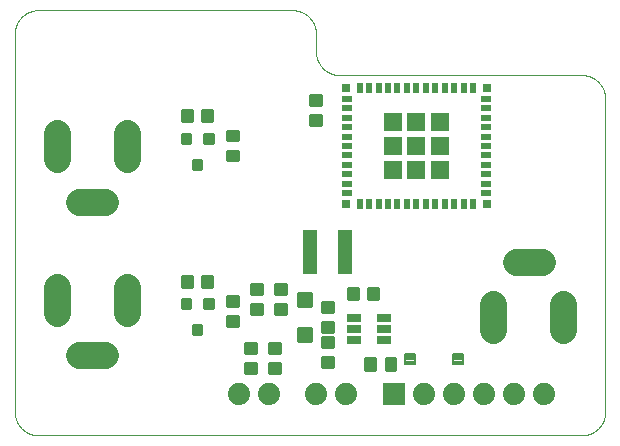
<source format=gts>
G75*
%MOIN*%
%OFA0B0*%
%FSLAX25Y25*%
%IPPOS*%
%LPD*%
%AMOC8*
5,1,8,0,0,1.08239X$1,22.5*
%
%ADD10C,0.00000*%
%ADD11C,0.01388*%
%ADD12C,0.01171*%
%ADD13R,0.03156X0.03156*%
%ADD14R,0.01975X0.03550*%
%ADD15R,0.03550X0.01975*%
%ADD16R,0.06109X0.06109*%
%ADD17R,0.07400X0.07400*%
%ADD18C,0.07400*%
%ADD19C,0.09061*%
%ADD20R,0.04731X0.02762*%
%ADD21R,0.04731X0.14967*%
%ADD22C,0.01613*%
%ADD23C,0.00749*%
D10*
X0086176Y0058146D02*
X0267279Y0058146D01*
X0267469Y0058148D01*
X0267659Y0058155D01*
X0267849Y0058167D01*
X0268039Y0058183D01*
X0268228Y0058203D01*
X0268417Y0058229D01*
X0268605Y0058258D01*
X0268792Y0058293D01*
X0268978Y0058332D01*
X0269163Y0058375D01*
X0269348Y0058423D01*
X0269531Y0058475D01*
X0269712Y0058531D01*
X0269892Y0058592D01*
X0270071Y0058658D01*
X0270248Y0058727D01*
X0270424Y0058801D01*
X0270597Y0058879D01*
X0270769Y0058962D01*
X0270938Y0059048D01*
X0271106Y0059138D01*
X0271271Y0059233D01*
X0271434Y0059331D01*
X0271594Y0059434D01*
X0271752Y0059540D01*
X0271907Y0059650D01*
X0272060Y0059763D01*
X0272210Y0059881D01*
X0272356Y0060002D01*
X0272500Y0060126D01*
X0272641Y0060254D01*
X0272779Y0060385D01*
X0272914Y0060520D01*
X0273045Y0060658D01*
X0273173Y0060799D01*
X0273297Y0060943D01*
X0273418Y0061089D01*
X0273536Y0061239D01*
X0273649Y0061392D01*
X0273759Y0061547D01*
X0273865Y0061705D01*
X0273968Y0061865D01*
X0274066Y0062028D01*
X0274161Y0062193D01*
X0274251Y0062361D01*
X0274337Y0062530D01*
X0274420Y0062702D01*
X0274498Y0062875D01*
X0274572Y0063051D01*
X0274641Y0063228D01*
X0274707Y0063407D01*
X0274768Y0063587D01*
X0274824Y0063768D01*
X0274876Y0063951D01*
X0274924Y0064136D01*
X0274967Y0064321D01*
X0275006Y0064507D01*
X0275041Y0064694D01*
X0275070Y0064882D01*
X0275096Y0065071D01*
X0275116Y0065260D01*
X0275132Y0065450D01*
X0275144Y0065640D01*
X0275151Y0065830D01*
X0275153Y0066020D01*
X0275153Y0170350D01*
X0275151Y0170540D01*
X0275144Y0170730D01*
X0275132Y0170920D01*
X0275116Y0171110D01*
X0275096Y0171299D01*
X0275070Y0171488D01*
X0275041Y0171676D01*
X0275006Y0171863D01*
X0274967Y0172049D01*
X0274924Y0172234D01*
X0274876Y0172419D01*
X0274824Y0172602D01*
X0274768Y0172783D01*
X0274707Y0172963D01*
X0274641Y0173142D01*
X0274572Y0173319D01*
X0274498Y0173495D01*
X0274420Y0173668D01*
X0274337Y0173840D01*
X0274251Y0174009D01*
X0274161Y0174177D01*
X0274066Y0174342D01*
X0273968Y0174505D01*
X0273865Y0174665D01*
X0273759Y0174823D01*
X0273649Y0174978D01*
X0273536Y0175131D01*
X0273418Y0175281D01*
X0273297Y0175427D01*
X0273173Y0175571D01*
X0273045Y0175712D01*
X0272914Y0175850D01*
X0272779Y0175985D01*
X0272641Y0176116D01*
X0272500Y0176244D01*
X0272356Y0176368D01*
X0272210Y0176489D01*
X0272060Y0176607D01*
X0271907Y0176720D01*
X0271752Y0176830D01*
X0271594Y0176936D01*
X0271434Y0177039D01*
X0271271Y0177137D01*
X0271106Y0177232D01*
X0270938Y0177322D01*
X0270769Y0177408D01*
X0270597Y0177491D01*
X0270424Y0177569D01*
X0270248Y0177643D01*
X0270071Y0177712D01*
X0269892Y0177778D01*
X0269712Y0177839D01*
X0269531Y0177895D01*
X0269348Y0177947D01*
X0269163Y0177995D01*
X0268978Y0178038D01*
X0268792Y0178077D01*
X0268605Y0178112D01*
X0268417Y0178141D01*
X0268228Y0178167D01*
X0268039Y0178187D01*
X0267849Y0178203D01*
X0267659Y0178215D01*
X0267469Y0178222D01*
X0267279Y0178224D01*
X0186570Y0178224D01*
X0186380Y0178226D01*
X0186190Y0178233D01*
X0186000Y0178245D01*
X0185810Y0178261D01*
X0185621Y0178281D01*
X0185432Y0178307D01*
X0185244Y0178336D01*
X0185057Y0178371D01*
X0184871Y0178410D01*
X0184686Y0178453D01*
X0184501Y0178501D01*
X0184318Y0178553D01*
X0184137Y0178609D01*
X0183957Y0178670D01*
X0183778Y0178736D01*
X0183601Y0178805D01*
X0183425Y0178879D01*
X0183252Y0178957D01*
X0183080Y0179040D01*
X0182911Y0179126D01*
X0182743Y0179216D01*
X0182578Y0179311D01*
X0182415Y0179409D01*
X0182255Y0179512D01*
X0182097Y0179618D01*
X0181942Y0179728D01*
X0181789Y0179841D01*
X0181639Y0179959D01*
X0181493Y0180080D01*
X0181349Y0180204D01*
X0181208Y0180332D01*
X0181070Y0180463D01*
X0180935Y0180598D01*
X0180804Y0180736D01*
X0180676Y0180877D01*
X0180552Y0181021D01*
X0180431Y0181167D01*
X0180313Y0181317D01*
X0180200Y0181470D01*
X0180090Y0181625D01*
X0179984Y0181783D01*
X0179881Y0181943D01*
X0179783Y0182106D01*
X0179688Y0182271D01*
X0179598Y0182439D01*
X0179512Y0182608D01*
X0179429Y0182780D01*
X0179351Y0182953D01*
X0179277Y0183129D01*
X0179208Y0183306D01*
X0179142Y0183485D01*
X0179081Y0183665D01*
X0179025Y0183846D01*
X0178973Y0184029D01*
X0178925Y0184214D01*
X0178882Y0184399D01*
X0178843Y0184585D01*
X0178808Y0184772D01*
X0178779Y0184960D01*
X0178753Y0185149D01*
X0178733Y0185338D01*
X0178717Y0185528D01*
X0178705Y0185718D01*
X0178698Y0185908D01*
X0178696Y0186098D01*
X0178696Y0192004D01*
X0178694Y0192194D01*
X0178687Y0192384D01*
X0178675Y0192574D01*
X0178659Y0192764D01*
X0178639Y0192953D01*
X0178613Y0193142D01*
X0178584Y0193330D01*
X0178549Y0193517D01*
X0178510Y0193703D01*
X0178467Y0193888D01*
X0178419Y0194073D01*
X0178367Y0194256D01*
X0178311Y0194437D01*
X0178250Y0194617D01*
X0178184Y0194796D01*
X0178115Y0194973D01*
X0178041Y0195149D01*
X0177963Y0195322D01*
X0177880Y0195494D01*
X0177794Y0195663D01*
X0177704Y0195831D01*
X0177609Y0195996D01*
X0177511Y0196159D01*
X0177408Y0196319D01*
X0177302Y0196477D01*
X0177192Y0196632D01*
X0177079Y0196785D01*
X0176961Y0196935D01*
X0176840Y0197081D01*
X0176716Y0197225D01*
X0176588Y0197366D01*
X0176457Y0197504D01*
X0176322Y0197639D01*
X0176184Y0197770D01*
X0176043Y0197898D01*
X0175899Y0198022D01*
X0175753Y0198143D01*
X0175603Y0198261D01*
X0175450Y0198374D01*
X0175295Y0198484D01*
X0175137Y0198590D01*
X0174977Y0198693D01*
X0174814Y0198791D01*
X0174649Y0198886D01*
X0174481Y0198976D01*
X0174312Y0199062D01*
X0174140Y0199145D01*
X0173967Y0199223D01*
X0173791Y0199297D01*
X0173614Y0199366D01*
X0173435Y0199432D01*
X0173255Y0199493D01*
X0173074Y0199549D01*
X0172891Y0199601D01*
X0172706Y0199649D01*
X0172521Y0199692D01*
X0172335Y0199731D01*
X0172148Y0199766D01*
X0171960Y0199795D01*
X0171771Y0199821D01*
X0171582Y0199841D01*
X0171392Y0199857D01*
X0171202Y0199869D01*
X0171012Y0199876D01*
X0170822Y0199878D01*
X0086176Y0199878D01*
X0085986Y0199876D01*
X0085796Y0199869D01*
X0085606Y0199857D01*
X0085416Y0199841D01*
X0085227Y0199821D01*
X0085038Y0199795D01*
X0084850Y0199766D01*
X0084663Y0199731D01*
X0084477Y0199692D01*
X0084292Y0199649D01*
X0084107Y0199601D01*
X0083924Y0199549D01*
X0083743Y0199493D01*
X0083563Y0199432D01*
X0083384Y0199366D01*
X0083207Y0199297D01*
X0083031Y0199223D01*
X0082858Y0199145D01*
X0082686Y0199062D01*
X0082517Y0198976D01*
X0082349Y0198886D01*
X0082184Y0198791D01*
X0082021Y0198693D01*
X0081861Y0198590D01*
X0081703Y0198484D01*
X0081548Y0198374D01*
X0081395Y0198261D01*
X0081245Y0198143D01*
X0081099Y0198022D01*
X0080955Y0197898D01*
X0080814Y0197770D01*
X0080676Y0197639D01*
X0080541Y0197504D01*
X0080410Y0197366D01*
X0080282Y0197225D01*
X0080158Y0197081D01*
X0080037Y0196935D01*
X0079919Y0196785D01*
X0079806Y0196632D01*
X0079696Y0196477D01*
X0079590Y0196319D01*
X0079487Y0196159D01*
X0079389Y0195996D01*
X0079294Y0195831D01*
X0079204Y0195663D01*
X0079118Y0195494D01*
X0079035Y0195322D01*
X0078957Y0195149D01*
X0078883Y0194973D01*
X0078814Y0194796D01*
X0078748Y0194617D01*
X0078687Y0194437D01*
X0078631Y0194256D01*
X0078579Y0194073D01*
X0078531Y0193888D01*
X0078488Y0193703D01*
X0078449Y0193517D01*
X0078414Y0193330D01*
X0078385Y0193142D01*
X0078359Y0192953D01*
X0078339Y0192764D01*
X0078323Y0192574D01*
X0078311Y0192384D01*
X0078304Y0192194D01*
X0078302Y0192004D01*
X0078302Y0066020D01*
X0078304Y0065830D01*
X0078311Y0065640D01*
X0078323Y0065450D01*
X0078339Y0065260D01*
X0078359Y0065071D01*
X0078385Y0064882D01*
X0078414Y0064694D01*
X0078449Y0064507D01*
X0078488Y0064321D01*
X0078531Y0064136D01*
X0078579Y0063951D01*
X0078631Y0063768D01*
X0078687Y0063587D01*
X0078748Y0063407D01*
X0078814Y0063228D01*
X0078883Y0063051D01*
X0078957Y0062875D01*
X0079035Y0062702D01*
X0079118Y0062530D01*
X0079204Y0062361D01*
X0079294Y0062193D01*
X0079389Y0062028D01*
X0079487Y0061865D01*
X0079590Y0061705D01*
X0079696Y0061547D01*
X0079806Y0061392D01*
X0079919Y0061239D01*
X0080037Y0061089D01*
X0080158Y0060943D01*
X0080282Y0060799D01*
X0080410Y0060658D01*
X0080541Y0060520D01*
X0080676Y0060385D01*
X0080814Y0060254D01*
X0080955Y0060126D01*
X0081099Y0060002D01*
X0081245Y0059881D01*
X0081395Y0059763D01*
X0081548Y0059650D01*
X0081703Y0059540D01*
X0081861Y0059434D01*
X0082021Y0059331D01*
X0082184Y0059233D01*
X0082349Y0059138D01*
X0082517Y0059048D01*
X0082686Y0058962D01*
X0082858Y0058879D01*
X0083031Y0058801D01*
X0083207Y0058727D01*
X0083384Y0058658D01*
X0083563Y0058592D01*
X0083743Y0058531D01*
X0083924Y0058475D01*
X0084107Y0058423D01*
X0084292Y0058375D01*
X0084477Y0058332D01*
X0084663Y0058293D01*
X0084850Y0058258D01*
X0085038Y0058229D01*
X0085227Y0058203D01*
X0085416Y0058183D01*
X0085606Y0058167D01*
X0085796Y0058155D01*
X0085986Y0058148D01*
X0086176Y0058146D01*
D11*
X0152808Y0094664D02*
X0152808Y0097612D01*
X0152808Y0094664D02*
X0149466Y0094664D01*
X0149466Y0097612D01*
X0152808Y0097612D01*
X0152808Y0095983D02*
X0149466Y0095983D01*
X0149466Y0097302D02*
X0152808Y0097302D01*
X0157340Y0098601D02*
X0157340Y0101549D01*
X0160682Y0101549D01*
X0160682Y0098601D01*
X0157340Y0098601D01*
X0157340Y0099920D02*
X0160682Y0099920D01*
X0160682Y0101239D02*
X0157340Y0101239D01*
X0157340Y0105294D02*
X0157340Y0108242D01*
X0160682Y0108242D01*
X0160682Y0105294D01*
X0157340Y0105294D01*
X0157340Y0106613D02*
X0160682Y0106613D01*
X0160682Y0107932D02*
X0157340Y0107932D01*
X0152808Y0104305D02*
X0152808Y0101357D01*
X0149466Y0101357D01*
X0149466Y0104305D01*
X0152808Y0104305D01*
X0152808Y0102676D02*
X0149466Y0102676D01*
X0149466Y0103995D02*
X0152808Y0103995D01*
X0144147Y0110998D02*
X0141199Y0110998D01*
X0144147Y0110998D02*
X0144147Y0107656D01*
X0141199Y0107656D01*
X0141199Y0110998D01*
X0141199Y0108975D02*
X0144147Y0108975D01*
X0144147Y0110294D02*
X0141199Y0110294D01*
X0137454Y0110998D02*
X0134506Y0110998D01*
X0137454Y0110998D02*
X0137454Y0107656D01*
X0134506Y0107656D01*
X0134506Y0110998D01*
X0134506Y0108975D02*
X0137454Y0108975D01*
X0137454Y0110294D02*
X0134506Y0110294D01*
X0158714Y0088557D02*
X0158714Y0085609D01*
X0155372Y0085609D01*
X0155372Y0088557D01*
X0158714Y0088557D01*
X0158714Y0086928D02*
X0155372Y0086928D01*
X0155372Y0088247D02*
X0158714Y0088247D01*
X0166588Y0088557D02*
X0166588Y0085609D01*
X0163246Y0085609D01*
X0163246Y0088557D01*
X0166588Y0088557D01*
X0166588Y0086928D02*
X0163246Y0086928D01*
X0163246Y0088247D02*
X0166588Y0088247D01*
X0166588Y0081864D02*
X0166588Y0078916D01*
X0163246Y0078916D01*
X0163246Y0081864D01*
X0166588Y0081864D01*
X0166588Y0080235D02*
X0163246Y0080235D01*
X0163246Y0081554D02*
X0166588Y0081554D01*
X0158714Y0081864D02*
X0158714Y0078916D01*
X0155372Y0078916D01*
X0155372Y0081864D01*
X0158714Y0081864D01*
X0158714Y0080235D02*
X0155372Y0080235D01*
X0155372Y0081554D02*
X0158714Y0081554D01*
X0184304Y0080884D02*
X0184304Y0083832D01*
X0184304Y0080884D02*
X0180962Y0080884D01*
X0180962Y0083832D01*
X0184304Y0083832D01*
X0184304Y0082203D02*
X0180962Y0082203D01*
X0180962Y0083522D02*
X0184304Y0083522D01*
X0184304Y0087577D02*
X0184304Y0090525D01*
X0184304Y0087577D02*
X0180962Y0087577D01*
X0180962Y0090525D01*
X0184304Y0090525D01*
X0184304Y0088896D02*
X0180962Y0088896D01*
X0180962Y0090215D02*
X0184304Y0090215D01*
X0184304Y0092695D02*
X0184304Y0095643D01*
X0184304Y0092695D02*
X0180962Y0092695D01*
X0180962Y0095643D01*
X0184304Y0095643D01*
X0184304Y0094014D02*
X0180962Y0094014D01*
X0180962Y0095333D02*
X0184304Y0095333D01*
X0184304Y0099388D02*
X0184304Y0102336D01*
X0184304Y0099388D02*
X0180962Y0099388D01*
X0180962Y0102336D01*
X0184304Y0102336D01*
X0184304Y0100707D02*
X0180962Y0100707D01*
X0180962Y0102026D02*
X0184304Y0102026D01*
X0189624Y0103719D02*
X0192572Y0103719D01*
X0189624Y0103719D02*
X0189624Y0107061D01*
X0192572Y0107061D01*
X0192572Y0103719D01*
X0192572Y0105038D02*
X0189624Y0105038D01*
X0189624Y0106357D02*
X0192572Y0106357D01*
X0196317Y0103719D02*
X0199265Y0103719D01*
X0196317Y0103719D02*
X0196317Y0107061D01*
X0199265Y0107061D01*
X0199265Y0103719D01*
X0199265Y0105038D02*
X0196317Y0105038D01*
X0196317Y0106357D02*
X0199265Y0106357D01*
X0165214Y0105294D02*
X0165214Y0108242D01*
X0168556Y0108242D01*
X0168556Y0105294D01*
X0165214Y0105294D01*
X0165214Y0106613D02*
X0168556Y0106613D01*
X0168556Y0107932D02*
X0165214Y0107932D01*
X0165214Y0101549D02*
X0165214Y0098601D01*
X0165214Y0101549D02*
X0168556Y0101549D01*
X0168556Y0098601D01*
X0165214Y0098601D01*
X0165214Y0099920D02*
X0168556Y0099920D01*
X0168556Y0101239D02*
X0165214Y0101239D01*
X0195529Y0083439D02*
X0198477Y0083439D01*
X0198477Y0080097D01*
X0195529Y0080097D01*
X0195529Y0083439D01*
X0195529Y0081416D02*
X0198477Y0081416D01*
X0198477Y0082735D02*
X0195529Y0082735D01*
X0202222Y0083439D02*
X0205170Y0083439D01*
X0205170Y0080097D01*
X0202222Y0080097D01*
X0202222Y0083439D01*
X0202222Y0081416D02*
X0205170Y0081416D01*
X0205170Y0082735D02*
X0202222Y0082735D01*
X0152808Y0149782D02*
X0152808Y0152730D01*
X0152808Y0149782D02*
X0149466Y0149782D01*
X0149466Y0152730D01*
X0152808Y0152730D01*
X0152808Y0151101D02*
X0149466Y0151101D01*
X0149466Y0152420D02*
X0152808Y0152420D01*
X0152808Y0156475D02*
X0152808Y0159423D01*
X0152808Y0156475D02*
X0149466Y0156475D01*
X0149466Y0159423D01*
X0152808Y0159423D01*
X0152808Y0157794D02*
X0149466Y0157794D01*
X0149466Y0159113D02*
X0152808Y0159113D01*
X0144147Y0166116D02*
X0141199Y0166116D01*
X0144147Y0166116D02*
X0144147Y0162774D01*
X0141199Y0162774D01*
X0141199Y0166116D01*
X0141199Y0164093D02*
X0144147Y0164093D01*
X0144147Y0165412D02*
X0141199Y0165412D01*
X0137454Y0166116D02*
X0134506Y0166116D01*
X0137454Y0166116D02*
X0137454Y0162774D01*
X0134506Y0162774D01*
X0134506Y0166116D01*
X0134506Y0164093D02*
X0137454Y0164093D01*
X0137454Y0165412D02*
X0134506Y0165412D01*
X0180367Y0164541D02*
X0180367Y0161593D01*
X0177025Y0161593D01*
X0177025Y0164541D01*
X0180367Y0164541D01*
X0180367Y0162912D02*
X0177025Y0162912D01*
X0177025Y0164231D02*
X0180367Y0164231D01*
X0180367Y0168286D02*
X0180367Y0171234D01*
X0180367Y0168286D02*
X0177025Y0168286D01*
X0177025Y0171234D01*
X0180367Y0171234D01*
X0180367Y0169605D02*
X0177025Y0169605D01*
X0177025Y0170924D02*
X0180367Y0170924D01*
D12*
X0144256Y0158351D02*
X0141876Y0158351D01*
X0144256Y0158351D02*
X0144256Y0155579D01*
X0141876Y0155579D01*
X0141876Y0158351D01*
X0141876Y0156691D02*
X0144256Y0156691D01*
X0144256Y0157803D02*
X0141876Y0157803D01*
X0136776Y0158351D02*
X0134396Y0158351D01*
X0136776Y0158351D02*
X0136776Y0155579D01*
X0134396Y0155579D01*
X0134396Y0158351D01*
X0134396Y0156691D02*
X0136776Y0156691D01*
X0136776Y0157803D02*
X0134396Y0157803D01*
X0138136Y0149689D02*
X0140516Y0149689D01*
X0140516Y0146917D01*
X0138136Y0146917D01*
X0138136Y0149689D01*
X0138136Y0148029D02*
X0140516Y0148029D01*
X0140516Y0149141D02*
X0138136Y0149141D01*
X0136776Y0103232D02*
X0134396Y0103232D01*
X0136776Y0103232D02*
X0136776Y0100460D01*
X0134396Y0100460D01*
X0134396Y0103232D01*
X0134396Y0101572D02*
X0136776Y0101572D01*
X0136776Y0102684D02*
X0134396Y0102684D01*
X0141876Y0103232D02*
X0144256Y0103232D01*
X0144256Y0100460D01*
X0141876Y0100460D01*
X0141876Y0103232D01*
X0141876Y0101572D02*
X0144256Y0101572D01*
X0144256Y0102684D02*
X0141876Y0102684D01*
X0140516Y0094571D02*
X0138136Y0094571D01*
X0140516Y0094571D02*
X0140516Y0091799D01*
X0138136Y0091799D01*
X0138136Y0094571D01*
X0138136Y0092911D02*
X0140516Y0092911D01*
X0140516Y0094023D02*
X0138136Y0094023D01*
D13*
X0188736Y0135114D03*
X0235586Y0135114D03*
X0235586Y0174091D03*
X0188736Y0174091D03*
D14*
X0193263Y0173894D03*
X0196413Y0173894D03*
X0199562Y0173894D03*
X0202712Y0173894D03*
X0205861Y0173894D03*
X0209011Y0173894D03*
X0212161Y0173894D03*
X0215310Y0173894D03*
X0218460Y0173894D03*
X0221610Y0173894D03*
X0224759Y0173894D03*
X0227909Y0173894D03*
X0231058Y0173894D03*
X0231058Y0135311D03*
X0227909Y0135311D03*
X0224759Y0135311D03*
X0221610Y0135311D03*
X0218460Y0135311D03*
X0215310Y0135311D03*
X0212161Y0135311D03*
X0209011Y0135311D03*
X0205861Y0135311D03*
X0202712Y0135311D03*
X0199562Y0135311D03*
X0196413Y0135311D03*
X0193263Y0135311D03*
D15*
X0188932Y0138854D03*
X0188932Y0142004D03*
X0188932Y0145154D03*
X0188932Y0148303D03*
X0188932Y0151453D03*
X0188932Y0154602D03*
X0188932Y0157752D03*
X0188932Y0160902D03*
X0188932Y0164051D03*
X0188932Y0167201D03*
X0188932Y0170350D03*
X0235389Y0170350D03*
X0235389Y0167201D03*
X0235389Y0164051D03*
X0235389Y0160902D03*
X0235389Y0157752D03*
X0235389Y0154602D03*
X0235389Y0151453D03*
X0235389Y0148303D03*
X0235389Y0145154D03*
X0235389Y0142004D03*
X0235389Y0138854D03*
D16*
X0220035Y0146728D03*
X0212161Y0146728D03*
X0204287Y0146728D03*
X0204287Y0154602D03*
X0212161Y0154602D03*
X0220035Y0154602D03*
X0220035Y0162476D03*
X0212161Y0162476D03*
X0204287Y0162476D03*
D17*
X0204877Y0071925D03*
D18*
X0214877Y0071925D03*
X0224877Y0071925D03*
X0234877Y0071925D03*
X0244877Y0071925D03*
X0254877Y0071925D03*
X0188696Y0071925D03*
X0178696Y0071925D03*
X0163106Y0071925D03*
X0153106Y0071925D03*
D19*
X0115704Y0099091D02*
X0115704Y0107752D01*
X0092476Y0107752D02*
X0092476Y0099091D01*
X0099562Y0084917D02*
X0108224Y0084917D01*
X0108224Y0136098D02*
X0099562Y0136098D01*
X0092476Y0150272D02*
X0092476Y0158933D01*
X0115704Y0158933D02*
X0115704Y0150272D01*
X0237751Y0101846D02*
X0237751Y0093185D01*
X0260980Y0093185D02*
X0260980Y0101846D01*
X0253893Y0116020D02*
X0245232Y0116020D01*
D20*
X0201531Y0097319D03*
X0201531Y0093579D03*
X0201531Y0089839D03*
X0191295Y0089839D03*
X0191295Y0093579D03*
X0191295Y0097319D03*
D21*
X0188539Y0119169D03*
X0176728Y0119169D03*
D22*
X0176554Y0105177D02*
X0176554Y0101469D01*
X0172964Y0101469D01*
X0172964Y0105177D01*
X0176554Y0105177D01*
X0176554Y0103001D02*
X0172964Y0103001D01*
X0172964Y0104533D02*
X0176554Y0104533D01*
X0176554Y0093563D02*
X0176554Y0089855D01*
X0172964Y0089855D01*
X0172964Y0093563D01*
X0176554Y0093563D01*
X0176554Y0091387D02*
X0172964Y0091387D01*
X0172964Y0092919D02*
X0176554Y0092919D01*
D23*
X0208497Y0082040D02*
X0211691Y0082040D01*
X0208497Y0082040D02*
X0208497Y0085432D01*
X0211691Y0085432D01*
X0211691Y0082040D01*
X0211691Y0082752D02*
X0208497Y0082752D01*
X0208497Y0083464D02*
X0211691Y0083464D01*
X0211691Y0084176D02*
X0208497Y0084176D01*
X0208497Y0084888D02*
X0211691Y0084888D01*
X0224442Y0082040D02*
X0227636Y0082040D01*
X0224442Y0082040D02*
X0224442Y0085432D01*
X0227636Y0085432D01*
X0227636Y0082040D01*
X0227636Y0082752D02*
X0224442Y0082752D01*
X0224442Y0083464D02*
X0227636Y0083464D01*
X0227636Y0084176D02*
X0224442Y0084176D01*
X0224442Y0084888D02*
X0227636Y0084888D01*
M02*

</source>
